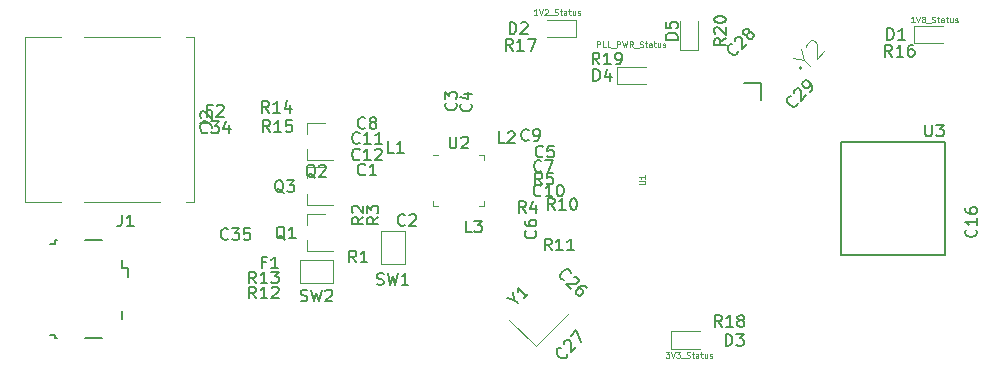
<source format=gto>
G04 #@! TF.GenerationSoftware,KiCad,Pcbnew,5.0.0-fee4fd1~66~ubuntu18.04.1*
G04 #@! TF.CreationDate,2018-10-21T22:10:04-02:30*
G04 #@! TF.ProjectId,mpuBoard,6D7075426F6172642E6B696361645F70,rev?*
G04 #@! TF.SameCoordinates,Original*
G04 #@! TF.FileFunction,Legend,Top*
G04 #@! TF.FilePolarity,Positive*
%FSLAX46Y46*%
G04 Gerber Fmt 4.6, Leading zero omitted, Abs format (unit mm)*
G04 Created by KiCad (PCBNEW 5.0.0-fee4fd1~66~ubuntu18.04.1) date Sun Oct 21 22:10:04 2018*
%MOMM*%
%LPD*%
G01*
G04 APERTURE LIST*
%ADD10C,0.125000*%
%ADD11C,0.120000*%
%ADD12C,0.150000*%
%ADD13C,0.127000*%
%ADD14C,0.100000*%
%ADD15C,0.050000*%
G04 APERTURE END LIST*
D10*
X111173628Y-82369790D02*
X110887914Y-82369790D01*
X111030771Y-82369790D02*
X111030771Y-81869790D01*
X110983152Y-81941219D01*
X110935533Y-81988838D01*
X110887914Y-82012647D01*
X111316485Y-81869790D02*
X111483152Y-82369790D01*
X111649819Y-81869790D01*
X111792676Y-81917409D02*
X111816485Y-81893600D01*
X111864104Y-81869790D01*
X111983152Y-81869790D01*
X112030771Y-81893600D01*
X112054580Y-81917409D01*
X112078390Y-81965028D01*
X112078390Y-82012647D01*
X112054580Y-82084076D01*
X111768866Y-82369790D01*
X112078390Y-82369790D01*
X112173628Y-82417409D02*
X112554580Y-82417409D01*
X112649819Y-82345980D02*
X112721247Y-82369790D01*
X112840295Y-82369790D01*
X112887914Y-82345980D01*
X112911723Y-82322171D01*
X112935533Y-82274552D01*
X112935533Y-82226933D01*
X112911723Y-82179314D01*
X112887914Y-82155504D01*
X112840295Y-82131695D01*
X112745057Y-82107885D01*
X112697438Y-82084076D01*
X112673628Y-82060266D01*
X112649819Y-82012647D01*
X112649819Y-81965028D01*
X112673628Y-81917409D01*
X112697438Y-81893600D01*
X112745057Y-81869790D01*
X112864104Y-81869790D01*
X112935533Y-81893600D01*
X113078390Y-82036457D02*
X113268866Y-82036457D01*
X113149819Y-81869790D02*
X113149819Y-82298361D01*
X113173628Y-82345980D01*
X113221247Y-82369790D01*
X113268866Y-82369790D01*
X113649819Y-82369790D02*
X113649819Y-82107885D01*
X113626009Y-82060266D01*
X113578390Y-82036457D01*
X113483152Y-82036457D01*
X113435533Y-82060266D01*
X113649819Y-82345980D02*
X113602200Y-82369790D01*
X113483152Y-82369790D01*
X113435533Y-82345980D01*
X113411723Y-82298361D01*
X113411723Y-82250742D01*
X113435533Y-82203123D01*
X113483152Y-82179314D01*
X113602200Y-82179314D01*
X113649819Y-82155504D01*
X113816485Y-82036457D02*
X114006961Y-82036457D01*
X113887914Y-81869790D02*
X113887914Y-82298361D01*
X113911723Y-82345980D01*
X113959342Y-82369790D01*
X114006961Y-82369790D01*
X114387914Y-82036457D02*
X114387914Y-82369790D01*
X114173628Y-82036457D02*
X114173628Y-82298361D01*
X114197438Y-82345980D01*
X114245057Y-82369790D01*
X114316485Y-82369790D01*
X114364104Y-82345980D01*
X114387914Y-82322171D01*
X114602200Y-82345980D02*
X114649819Y-82369790D01*
X114745057Y-82369790D01*
X114792676Y-82345980D01*
X114816485Y-82298361D01*
X114816485Y-82274552D01*
X114792676Y-82226933D01*
X114745057Y-82203123D01*
X114673628Y-82203123D01*
X114626009Y-82179314D01*
X114602200Y-82131695D01*
X114602200Y-82107885D01*
X114626009Y-82060266D01*
X114673628Y-82036457D01*
X114745057Y-82036457D01*
X114792676Y-82060266D01*
X116232347Y-85100290D02*
X116232347Y-84600290D01*
X116422823Y-84600290D01*
X116470442Y-84624100D01*
X116494252Y-84647909D01*
X116518061Y-84695528D01*
X116518061Y-84766957D01*
X116494252Y-84814576D01*
X116470442Y-84838385D01*
X116422823Y-84862195D01*
X116232347Y-84862195D01*
X116970442Y-85100290D02*
X116732347Y-85100290D01*
X116732347Y-84600290D01*
X117375204Y-85100290D02*
X117137109Y-85100290D01*
X117137109Y-84600290D01*
X117422823Y-85147909D02*
X117803776Y-85147909D01*
X117922823Y-85100290D02*
X117922823Y-84600290D01*
X118113300Y-84600290D01*
X118160919Y-84624100D01*
X118184728Y-84647909D01*
X118208538Y-84695528D01*
X118208538Y-84766957D01*
X118184728Y-84814576D01*
X118160919Y-84838385D01*
X118113300Y-84862195D01*
X117922823Y-84862195D01*
X118375204Y-84600290D02*
X118494252Y-85100290D01*
X118589490Y-84743147D01*
X118684728Y-85100290D01*
X118803776Y-84600290D01*
X119279966Y-85100290D02*
X119113300Y-84862195D01*
X118994252Y-85100290D02*
X118994252Y-84600290D01*
X119184728Y-84600290D01*
X119232347Y-84624100D01*
X119256157Y-84647909D01*
X119279966Y-84695528D01*
X119279966Y-84766957D01*
X119256157Y-84814576D01*
X119232347Y-84838385D01*
X119184728Y-84862195D01*
X118994252Y-84862195D01*
X119375204Y-85147909D02*
X119756157Y-85147909D01*
X119851395Y-85076480D02*
X119922823Y-85100290D01*
X120041871Y-85100290D01*
X120089490Y-85076480D01*
X120113300Y-85052671D01*
X120137109Y-85005052D01*
X120137109Y-84957433D01*
X120113300Y-84909814D01*
X120089490Y-84886004D01*
X120041871Y-84862195D01*
X119946633Y-84838385D01*
X119899014Y-84814576D01*
X119875204Y-84790766D01*
X119851395Y-84743147D01*
X119851395Y-84695528D01*
X119875204Y-84647909D01*
X119899014Y-84624100D01*
X119946633Y-84600290D01*
X120065680Y-84600290D01*
X120137109Y-84624100D01*
X120279966Y-84766957D02*
X120470442Y-84766957D01*
X120351395Y-84600290D02*
X120351395Y-85028861D01*
X120375204Y-85076480D01*
X120422823Y-85100290D01*
X120470442Y-85100290D01*
X120851395Y-85100290D02*
X120851395Y-84838385D01*
X120827585Y-84790766D01*
X120779966Y-84766957D01*
X120684728Y-84766957D01*
X120637109Y-84790766D01*
X120851395Y-85076480D02*
X120803776Y-85100290D01*
X120684728Y-85100290D01*
X120637109Y-85076480D01*
X120613300Y-85028861D01*
X120613300Y-84981242D01*
X120637109Y-84933623D01*
X120684728Y-84909814D01*
X120803776Y-84909814D01*
X120851395Y-84886004D01*
X121018061Y-84766957D02*
X121208538Y-84766957D01*
X121089490Y-84600290D02*
X121089490Y-85028861D01*
X121113300Y-85076480D01*
X121160919Y-85100290D01*
X121208538Y-85100290D01*
X121589490Y-84766957D02*
X121589490Y-85100290D01*
X121375204Y-84766957D02*
X121375204Y-85028861D01*
X121399014Y-85076480D01*
X121446633Y-85100290D01*
X121518061Y-85100290D01*
X121565680Y-85076480D01*
X121589490Y-85052671D01*
X121803776Y-85076480D02*
X121851395Y-85100290D01*
X121946633Y-85100290D01*
X121994252Y-85076480D01*
X122018061Y-85028861D01*
X122018061Y-85005052D01*
X121994252Y-84957433D01*
X121946633Y-84933623D01*
X121875204Y-84933623D01*
X121827585Y-84909814D01*
X121803776Y-84862195D01*
X121803776Y-84838385D01*
X121827585Y-84790766D01*
X121875204Y-84766957D01*
X121946633Y-84766957D01*
X121994252Y-84790766D01*
X143126828Y-83004790D02*
X142841114Y-83004790D01*
X142983971Y-83004790D02*
X142983971Y-82504790D01*
X142936352Y-82576219D01*
X142888733Y-82623838D01*
X142841114Y-82647647D01*
X143269685Y-82504790D02*
X143436352Y-83004790D01*
X143603019Y-82504790D01*
X143841114Y-82719076D02*
X143793495Y-82695266D01*
X143769685Y-82671457D01*
X143745876Y-82623838D01*
X143745876Y-82600028D01*
X143769685Y-82552409D01*
X143793495Y-82528600D01*
X143841114Y-82504790D01*
X143936352Y-82504790D01*
X143983971Y-82528600D01*
X144007780Y-82552409D01*
X144031590Y-82600028D01*
X144031590Y-82623838D01*
X144007780Y-82671457D01*
X143983971Y-82695266D01*
X143936352Y-82719076D01*
X143841114Y-82719076D01*
X143793495Y-82742885D01*
X143769685Y-82766695D01*
X143745876Y-82814314D01*
X143745876Y-82909552D01*
X143769685Y-82957171D01*
X143793495Y-82980980D01*
X143841114Y-83004790D01*
X143936352Y-83004790D01*
X143983971Y-82980980D01*
X144007780Y-82957171D01*
X144031590Y-82909552D01*
X144031590Y-82814314D01*
X144007780Y-82766695D01*
X143983971Y-82742885D01*
X143936352Y-82719076D01*
X144126828Y-83052409D02*
X144507780Y-83052409D01*
X144603019Y-82980980D02*
X144674447Y-83004790D01*
X144793495Y-83004790D01*
X144841114Y-82980980D01*
X144864923Y-82957171D01*
X144888733Y-82909552D01*
X144888733Y-82861933D01*
X144864923Y-82814314D01*
X144841114Y-82790504D01*
X144793495Y-82766695D01*
X144698257Y-82742885D01*
X144650638Y-82719076D01*
X144626828Y-82695266D01*
X144603019Y-82647647D01*
X144603019Y-82600028D01*
X144626828Y-82552409D01*
X144650638Y-82528600D01*
X144698257Y-82504790D01*
X144817304Y-82504790D01*
X144888733Y-82528600D01*
X145031590Y-82671457D02*
X145222066Y-82671457D01*
X145103019Y-82504790D02*
X145103019Y-82933361D01*
X145126828Y-82980980D01*
X145174447Y-83004790D01*
X145222066Y-83004790D01*
X145603019Y-83004790D02*
X145603019Y-82742885D01*
X145579209Y-82695266D01*
X145531590Y-82671457D01*
X145436352Y-82671457D01*
X145388733Y-82695266D01*
X145603019Y-82980980D02*
X145555400Y-83004790D01*
X145436352Y-83004790D01*
X145388733Y-82980980D01*
X145364923Y-82933361D01*
X145364923Y-82885742D01*
X145388733Y-82838123D01*
X145436352Y-82814314D01*
X145555400Y-82814314D01*
X145603019Y-82790504D01*
X145769685Y-82671457D02*
X145960161Y-82671457D01*
X145841114Y-82504790D02*
X145841114Y-82933361D01*
X145864923Y-82980980D01*
X145912542Y-83004790D01*
X145960161Y-83004790D01*
X146341114Y-82671457D02*
X146341114Y-83004790D01*
X146126828Y-82671457D02*
X146126828Y-82933361D01*
X146150638Y-82980980D01*
X146198257Y-83004790D01*
X146269685Y-83004790D01*
X146317304Y-82980980D01*
X146341114Y-82957171D01*
X146555400Y-82980980D02*
X146603019Y-83004790D01*
X146698257Y-83004790D01*
X146745876Y-82980980D01*
X146769685Y-82933361D01*
X146769685Y-82909552D01*
X146745876Y-82861933D01*
X146698257Y-82838123D01*
X146626828Y-82838123D01*
X146579209Y-82814314D01*
X146555400Y-82766695D01*
X146555400Y-82742885D01*
X146579209Y-82695266D01*
X146626828Y-82671457D01*
X146698257Y-82671457D01*
X146745876Y-82695266D01*
X122040104Y-110901990D02*
X122349628Y-110901990D01*
X122182961Y-111092466D01*
X122254390Y-111092466D01*
X122302009Y-111116276D01*
X122325819Y-111140085D01*
X122349628Y-111187704D01*
X122349628Y-111306752D01*
X122325819Y-111354371D01*
X122302009Y-111378180D01*
X122254390Y-111401990D01*
X122111533Y-111401990D01*
X122063914Y-111378180D01*
X122040104Y-111354371D01*
X122492485Y-110901990D02*
X122659152Y-111401990D01*
X122825819Y-110901990D01*
X122944866Y-110901990D02*
X123254390Y-110901990D01*
X123087723Y-111092466D01*
X123159152Y-111092466D01*
X123206771Y-111116276D01*
X123230580Y-111140085D01*
X123254390Y-111187704D01*
X123254390Y-111306752D01*
X123230580Y-111354371D01*
X123206771Y-111378180D01*
X123159152Y-111401990D01*
X123016295Y-111401990D01*
X122968676Y-111378180D01*
X122944866Y-111354371D01*
X123349628Y-111449609D02*
X123730580Y-111449609D01*
X123825819Y-111378180D02*
X123897247Y-111401990D01*
X124016295Y-111401990D01*
X124063914Y-111378180D01*
X124087723Y-111354371D01*
X124111533Y-111306752D01*
X124111533Y-111259133D01*
X124087723Y-111211514D01*
X124063914Y-111187704D01*
X124016295Y-111163895D01*
X123921057Y-111140085D01*
X123873438Y-111116276D01*
X123849628Y-111092466D01*
X123825819Y-111044847D01*
X123825819Y-110997228D01*
X123849628Y-110949609D01*
X123873438Y-110925800D01*
X123921057Y-110901990D01*
X124040104Y-110901990D01*
X124111533Y-110925800D01*
X124254390Y-111068657D02*
X124444866Y-111068657D01*
X124325819Y-110901990D02*
X124325819Y-111330561D01*
X124349628Y-111378180D01*
X124397247Y-111401990D01*
X124444866Y-111401990D01*
X124825819Y-111401990D02*
X124825819Y-111140085D01*
X124802009Y-111092466D01*
X124754390Y-111068657D01*
X124659152Y-111068657D01*
X124611533Y-111092466D01*
X124825819Y-111378180D02*
X124778200Y-111401990D01*
X124659152Y-111401990D01*
X124611533Y-111378180D01*
X124587723Y-111330561D01*
X124587723Y-111282942D01*
X124611533Y-111235323D01*
X124659152Y-111211514D01*
X124778200Y-111211514D01*
X124825819Y-111187704D01*
X124992485Y-111068657D02*
X125182961Y-111068657D01*
X125063914Y-110901990D02*
X125063914Y-111330561D01*
X125087723Y-111378180D01*
X125135342Y-111401990D01*
X125182961Y-111401990D01*
X125563914Y-111068657D02*
X125563914Y-111401990D01*
X125349628Y-111068657D02*
X125349628Y-111330561D01*
X125373438Y-111378180D01*
X125421057Y-111401990D01*
X125492485Y-111401990D01*
X125540104Y-111378180D01*
X125563914Y-111354371D01*
X125778200Y-111378180D02*
X125825819Y-111401990D01*
X125921057Y-111401990D01*
X125968676Y-111378180D01*
X125992485Y-111330561D01*
X125992485Y-111306752D01*
X125968676Y-111259133D01*
X125921057Y-111235323D01*
X125849628Y-111235323D01*
X125802009Y-111211514D01*
X125778200Y-111163895D01*
X125778200Y-111140085D01*
X125802009Y-111092466D01*
X125849628Y-111068657D01*
X125921057Y-111068657D01*
X125968676Y-111092466D01*
D11*
G04 #@! TO.C,U2*
X106660000Y-94260000D02*
X106660000Y-94685000D01*
X102360000Y-98560000D02*
X102360000Y-98135000D01*
X106660000Y-98560000D02*
X106660000Y-98135000D01*
X102360000Y-94260000D02*
X102785000Y-94260000D01*
X102360000Y-98560000D02*
X102785000Y-98560000D01*
X106660000Y-98560000D02*
X106235000Y-98560000D01*
X106660000Y-94260000D02*
X106235000Y-94260000D01*
D12*
G04 #@! TO.C,U1*
X130089001Y-88141001D02*
X130089001Y-89541001D01*
X128689001Y-88141001D02*
X130089001Y-88141001D01*
G04 #@! TO.C,J1*
X74310000Y-101460000D02*
X72910000Y-101460000D01*
X70510000Y-101460000D02*
X70360000Y-101460000D01*
X70360000Y-101460000D02*
X70360000Y-101760000D01*
X70360000Y-101760000D02*
X69910000Y-101760000D01*
X69910000Y-109460000D02*
X70360000Y-109460000D01*
X70360000Y-109460000D02*
X70360000Y-109760000D01*
X70360000Y-109760000D02*
X70510000Y-109760000D01*
X72910000Y-109760000D02*
X74310000Y-109760000D01*
X76485000Y-104535000D02*
X76485000Y-103810000D01*
X76485000Y-103810000D02*
X76060000Y-103810000D01*
X76060000Y-103810000D02*
X76060000Y-103085000D01*
X76060000Y-107410000D02*
X76060000Y-108135000D01*
D11*
G04 #@! TO.C,Q1*
X91720517Y-99217185D02*
X93180517Y-99217185D01*
X91720517Y-102377185D02*
X93880517Y-102377185D01*
X91720517Y-102377185D02*
X91720517Y-101447185D01*
X91720517Y-99217185D02*
X91720517Y-100147185D01*
G04 #@! TO.C,Q2*
X91720517Y-91517185D02*
X91720517Y-92447185D01*
X91720517Y-94677185D02*
X91720517Y-93747185D01*
X91720517Y-94677185D02*
X93880517Y-94677185D01*
X91720517Y-91517185D02*
X93180517Y-91517185D01*
G04 #@! TO.C,Q3*
X91720517Y-95267185D02*
X91720517Y-96197185D01*
X91720517Y-98427185D02*
X91720517Y-97497185D01*
X91720517Y-98427185D02*
X93880517Y-98427185D01*
X91720517Y-95267185D02*
X93180517Y-95267185D01*
G04 #@! TO.C,Y1*
X108788416Y-108158843D02*
X111051157Y-110421584D01*
X111051157Y-110421584D02*
X113879584Y-107593157D01*
D13*
G04 #@! TO.C,Y2*
X133572602Y-86868925D02*
G75*
G03X133572602Y-86868925I-86020J0D01*
G01*
D11*
G04 #@! TO.C,SW1*
X97980517Y-103497185D02*
X97980517Y-100697185D01*
X97980517Y-100697185D02*
X99980517Y-100697185D01*
X99980517Y-100697185D02*
X99980517Y-103497185D01*
X99980517Y-103497185D02*
X97980517Y-103497185D01*
G04 #@! TO.C,SW2*
X91080517Y-105097185D02*
X91080517Y-103097185D01*
X93880517Y-105097185D02*
X91080517Y-105097185D01*
X93880517Y-103097185D02*
X93880517Y-105097185D01*
X91080517Y-103097185D02*
X93880517Y-103097185D01*
D12*
G04 #@! TO.C,U3*
X137694000Y-102716000D02*
X144894000Y-102716000D01*
X144894000Y-93116000D02*
X137694000Y-93116000D01*
X137694000Y-93116000D02*
X136894000Y-93116000D01*
X136894000Y-93116000D02*
X136894000Y-102716000D01*
X136894000Y-102716000D02*
X137694000Y-102716000D01*
X137694000Y-102716000D02*
X144894000Y-102716000D01*
X144894000Y-102716000D02*
X145694000Y-102716000D01*
X145694000Y-102716000D02*
X145694000Y-93116000D01*
X145694000Y-93116000D02*
X144894000Y-93116000D01*
D11*
G04 #@! TO.C,D1*
X143108600Y-84783600D02*
X145568600Y-84783600D01*
X143108600Y-83313600D02*
X143108600Y-84783600D01*
X145568600Y-83313600D02*
X143108600Y-83313600D01*
G04 #@! TO.C,D2*
X112026800Y-84275600D02*
X114486800Y-84275600D01*
X114486800Y-84275600D02*
X114486800Y-82805600D01*
X114486800Y-82805600D02*
X112026800Y-82805600D01*
G04 #@! TO.C,D3*
X122509200Y-110615400D02*
X124969200Y-110615400D01*
X122509200Y-109145400D02*
X122509200Y-110615400D01*
X124969200Y-109145400D02*
X122509200Y-109145400D01*
G04 #@! TO.C,D4*
X120383200Y-86782000D02*
X117923200Y-86782000D01*
X117923200Y-86782000D02*
X117923200Y-88252000D01*
X117923200Y-88252000D02*
X120383200Y-88252000D01*
G04 #@! TO.C,D5*
X123293200Y-82918400D02*
X123293200Y-85378400D01*
X123293200Y-85378400D02*
X124763200Y-85378400D01*
X124763200Y-85378400D02*
X124763200Y-82918400D01*
G04 #@! TO.C,J2*
X82138200Y-84246200D02*
X81428200Y-84246200D01*
X82138200Y-98166200D02*
X81428200Y-98166200D01*
X82138200Y-84246200D02*
X82138200Y-98166200D01*
X72778200Y-98166200D02*
X79228200Y-98166200D01*
X72778200Y-84246200D02*
X79228200Y-84246200D01*
X67768200Y-84246200D02*
X70878200Y-84246200D01*
X67768200Y-98166200D02*
X70878200Y-98166200D01*
X67768200Y-84246200D02*
X67768200Y-98166200D01*
G04 #@! TO.C,C34*
D12*
X83258142Y-92283142D02*
X83210523Y-92330761D01*
X83067666Y-92378380D01*
X82972428Y-92378380D01*
X82829571Y-92330761D01*
X82734333Y-92235523D01*
X82686714Y-92140285D01*
X82639095Y-91949809D01*
X82639095Y-91806952D01*
X82686714Y-91616476D01*
X82734333Y-91521238D01*
X82829571Y-91426000D01*
X82972428Y-91378380D01*
X83067666Y-91378380D01*
X83210523Y-91426000D01*
X83258142Y-91473619D01*
X83591476Y-91378380D02*
X84210523Y-91378380D01*
X83877190Y-91759333D01*
X84020047Y-91759333D01*
X84115285Y-91806952D01*
X84162904Y-91854571D01*
X84210523Y-91949809D01*
X84210523Y-92187904D01*
X84162904Y-92283142D01*
X84115285Y-92330761D01*
X84020047Y-92378380D01*
X83734333Y-92378380D01*
X83639095Y-92330761D01*
X83591476Y-92283142D01*
X85067666Y-91711714D02*
X85067666Y-92378380D01*
X84829571Y-91330761D02*
X84591476Y-92045047D01*
X85210523Y-92045047D01*
G04 #@! TO.C,F2*
X83567666Y-90457571D02*
X83234333Y-90457571D01*
X83234333Y-90981380D02*
X83234333Y-89981380D01*
X83710523Y-89981380D01*
X84043857Y-90076619D02*
X84091476Y-90029000D01*
X84186714Y-89981380D01*
X84424809Y-89981380D01*
X84520047Y-90029000D01*
X84567666Y-90076619D01*
X84615285Y-90171857D01*
X84615285Y-90267095D01*
X84567666Y-90409952D01*
X83996238Y-90981380D01*
X84615285Y-90981380D01*
G04 #@! TO.C,U2*
X103748095Y-92662380D02*
X103748095Y-93471904D01*
X103795714Y-93567142D01*
X103843333Y-93614761D01*
X103938571Y-93662380D01*
X104129047Y-93662380D01*
X104224285Y-93614761D01*
X104271904Y-93567142D01*
X104319523Y-93471904D01*
X104319523Y-92662380D01*
X104748095Y-92757619D02*
X104795714Y-92710000D01*
X104890952Y-92662380D01*
X105129047Y-92662380D01*
X105224285Y-92710000D01*
X105271904Y-92757619D01*
X105319523Y-92852857D01*
X105319523Y-92948095D01*
X105271904Y-93090952D01*
X104700476Y-93662380D01*
X105319523Y-93662380D01*
G04 #@! TO.C,L1*
X99020333Y-94051380D02*
X98544142Y-94051380D01*
X98544142Y-93051380D01*
X99877476Y-94051380D02*
X99306047Y-94051380D01*
X99591761Y-94051380D02*
X99591761Y-93051380D01*
X99496523Y-93194238D01*
X99401285Y-93289476D01*
X99306047Y-93337095D01*
G04 #@! TO.C,U1*
D14*
X119815191Y-96721953D02*
X120219953Y-96721953D01*
X120267572Y-96698143D01*
X120291381Y-96674334D01*
X120315191Y-96626715D01*
X120315191Y-96531477D01*
X120291381Y-96483858D01*
X120267572Y-96460048D01*
X120219953Y-96436239D01*
X119815191Y-96436239D01*
X120315191Y-95936239D02*
X120315191Y-96221953D01*
X120315191Y-96079096D02*
X119815191Y-96079096D01*
X119886620Y-96126715D01*
X119934239Y-96174334D01*
X119958048Y-96221953D01*
G04 #@! TO.C,C1*
D12*
X96607333Y-95861142D02*
X96559714Y-95908761D01*
X96416857Y-95956380D01*
X96321619Y-95956380D01*
X96178761Y-95908761D01*
X96083523Y-95813523D01*
X96035904Y-95718285D01*
X95988285Y-95527809D01*
X95988285Y-95384952D01*
X96035904Y-95194476D01*
X96083523Y-95099238D01*
X96178761Y-95004000D01*
X96321619Y-94956380D01*
X96416857Y-94956380D01*
X96559714Y-95004000D01*
X96607333Y-95051619D01*
X97559714Y-95956380D02*
X96988285Y-95956380D01*
X97274000Y-95956380D02*
X97274000Y-94956380D01*
X97178761Y-95099238D01*
X97083523Y-95194476D01*
X96988285Y-95242095D01*
G04 #@! TO.C,C2*
X99963333Y-100137142D02*
X99915714Y-100184761D01*
X99772857Y-100232380D01*
X99677619Y-100232380D01*
X99534761Y-100184761D01*
X99439523Y-100089523D01*
X99391904Y-99994285D01*
X99344285Y-99803809D01*
X99344285Y-99660952D01*
X99391904Y-99470476D01*
X99439523Y-99375238D01*
X99534761Y-99280000D01*
X99677619Y-99232380D01*
X99772857Y-99232380D01*
X99915714Y-99280000D01*
X99963333Y-99327619D01*
X100344285Y-99327619D02*
X100391904Y-99280000D01*
X100487142Y-99232380D01*
X100725238Y-99232380D01*
X100820476Y-99280000D01*
X100868095Y-99327619D01*
X100915714Y-99422857D01*
X100915714Y-99518095D01*
X100868095Y-99660952D01*
X100296666Y-100232380D01*
X100915714Y-100232380D01*
G04 #@! TO.C,C3*
X104267142Y-89811666D02*
X104314761Y-89859285D01*
X104362380Y-90002142D01*
X104362380Y-90097380D01*
X104314761Y-90240238D01*
X104219523Y-90335476D01*
X104124285Y-90383095D01*
X103933809Y-90430714D01*
X103790952Y-90430714D01*
X103600476Y-90383095D01*
X103505238Y-90335476D01*
X103410000Y-90240238D01*
X103362380Y-90097380D01*
X103362380Y-90002142D01*
X103410000Y-89859285D01*
X103457619Y-89811666D01*
X103362380Y-89478333D02*
X103362380Y-88859285D01*
X103743333Y-89192619D01*
X103743333Y-89049761D01*
X103790952Y-88954523D01*
X103838571Y-88906904D01*
X103933809Y-88859285D01*
X104171904Y-88859285D01*
X104267142Y-88906904D01*
X104314761Y-88954523D01*
X104362380Y-89049761D01*
X104362380Y-89335476D01*
X104314761Y-89430714D01*
X104267142Y-89478333D01*
G04 #@! TO.C,C4*
X105557142Y-89896666D02*
X105604761Y-89944285D01*
X105652380Y-90087142D01*
X105652380Y-90182380D01*
X105604761Y-90325238D01*
X105509523Y-90420476D01*
X105414285Y-90468095D01*
X105223809Y-90515714D01*
X105080952Y-90515714D01*
X104890476Y-90468095D01*
X104795238Y-90420476D01*
X104700000Y-90325238D01*
X104652380Y-90182380D01*
X104652380Y-90087142D01*
X104700000Y-89944285D01*
X104747619Y-89896666D01*
X104985714Y-89039523D02*
X105652380Y-89039523D01*
X104604761Y-89277619D02*
X105319047Y-89515714D01*
X105319047Y-88896666D01*
G04 #@! TO.C,C5*
X111658333Y-94337142D02*
X111610714Y-94384761D01*
X111467857Y-94432380D01*
X111372619Y-94432380D01*
X111229761Y-94384761D01*
X111134523Y-94289523D01*
X111086904Y-94194285D01*
X111039285Y-94003809D01*
X111039285Y-93860952D01*
X111086904Y-93670476D01*
X111134523Y-93575238D01*
X111229761Y-93480000D01*
X111372619Y-93432380D01*
X111467857Y-93432380D01*
X111610714Y-93480000D01*
X111658333Y-93527619D01*
X112563095Y-93432380D02*
X112086904Y-93432380D01*
X112039285Y-93908571D01*
X112086904Y-93860952D01*
X112182142Y-93813333D01*
X112420238Y-93813333D01*
X112515476Y-93860952D01*
X112563095Y-93908571D01*
X112610714Y-94003809D01*
X112610714Y-94241904D01*
X112563095Y-94337142D01*
X112515476Y-94384761D01*
X112420238Y-94432380D01*
X112182142Y-94432380D01*
X112086904Y-94384761D01*
X112039285Y-94337142D01*
G04 #@! TO.C,C6*
X111007142Y-100651666D02*
X111054761Y-100699285D01*
X111102380Y-100842142D01*
X111102380Y-100937380D01*
X111054761Y-101080238D01*
X110959523Y-101175476D01*
X110864285Y-101223095D01*
X110673809Y-101270714D01*
X110530952Y-101270714D01*
X110340476Y-101223095D01*
X110245238Y-101175476D01*
X110150000Y-101080238D01*
X110102380Y-100937380D01*
X110102380Y-100842142D01*
X110150000Y-100699285D01*
X110197619Y-100651666D01*
X110102380Y-99794523D02*
X110102380Y-99985000D01*
X110150000Y-100080238D01*
X110197619Y-100127857D01*
X110340476Y-100223095D01*
X110530952Y-100270714D01*
X110911904Y-100270714D01*
X111007142Y-100223095D01*
X111054761Y-100175476D01*
X111102380Y-100080238D01*
X111102380Y-99889761D01*
X111054761Y-99794523D01*
X111007142Y-99746904D01*
X110911904Y-99699285D01*
X110673809Y-99699285D01*
X110578571Y-99746904D01*
X110530952Y-99794523D01*
X110483333Y-99889761D01*
X110483333Y-100080238D01*
X110530952Y-100175476D01*
X110578571Y-100223095D01*
X110673809Y-100270714D01*
G04 #@! TO.C,C7*
X111518333Y-95567142D02*
X111470714Y-95614761D01*
X111327857Y-95662380D01*
X111232619Y-95662380D01*
X111089761Y-95614761D01*
X110994523Y-95519523D01*
X110946904Y-95424285D01*
X110899285Y-95233809D01*
X110899285Y-95090952D01*
X110946904Y-94900476D01*
X110994523Y-94805238D01*
X111089761Y-94710000D01*
X111232619Y-94662380D01*
X111327857Y-94662380D01*
X111470714Y-94710000D01*
X111518333Y-94757619D01*
X111851666Y-94662380D02*
X112518333Y-94662380D01*
X112089761Y-95662380D01*
G04 #@! TO.C,C8*
X96607333Y-91924142D02*
X96559714Y-91971761D01*
X96416857Y-92019380D01*
X96321619Y-92019380D01*
X96178761Y-91971761D01*
X96083523Y-91876523D01*
X96035904Y-91781285D01*
X95988285Y-91590809D01*
X95988285Y-91447952D01*
X96035904Y-91257476D01*
X96083523Y-91162238D01*
X96178761Y-91067000D01*
X96321619Y-91019380D01*
X96416857Y-91019380D01*
X96559714Y-91067000D01*
X96607333Y-91114619D01*
X97178761Y-91447952D02*
X97083523Y-91400333D01*
X97035904Y-91352714D01*
X96988285Y-91257476D01*
X96988285Y-91209857D01*
X97035904Y-91114619D01*
X97083523Y-91067000D01*
X97178761Y-91019380D01*
X97369238Y-91019380D01*
X97464476Y-91067000D01*
X97512095Y-91114619D01*
X97559714Y-91209857D01*
X97559714Y-91257476D01*
X97512095Y-91352714D01*
X97464476Y-91400333D01*
X97369238Y-91447952D01*
X97178761Y-91447952D01*
X97083523Y-91495571D01*
X97035904Y-91543190D01*
X96988285Y-91638428D01*
X96988285Y-91828904D01*
X97035904Y-91924142D01*
X97083523Y-91971761D01*
X97178761Y-92019380D01*
X97369238Y-92019380D01*
X97464476Y-91971761D01*
X97512095Y-91924142D01*
X97559714Y-91828904D01*
X97559714Y-91638428D01*
X97512095Y-91543190D01*
X97464476Y-91495571D01*
X97369238Y-91447952D01*
G04 #@! TO.C,C9*
X110450333Y-92940142D02*
X110402714Y-92987761D01*
X110259857Y-93035380D01*
X110164619Y-93035380D01*
X110021761Y-92987761D01*
X109926523Y-92892523D01*
X109878904Y-92797285D01*
X109831285Y-92606809D01*
X109831285Y-92463952D01*
X109878904Y-92273476D01*
X109926523Y-92178238D01*
X110021761Y-92083000D01*
X110164619Y-92035380D01*
X110259857Y-92035380D01*
X110402714Y-92083000D01*
X110450333Y-92130619D01*
X110926523Y-93035380D02*
X111117000Y-93035380D01*
X111212238Y-92987761D01*
X111259857Y-92940142D01*
X111355095Y-92797285D01*
X111402714Y-92606809D01*
X111402714Y-92225857D01*
X111355095Y-92130619D01*
X111307476Y-92083000D01*
X111212238Y-92035380D01*
X111021761Y-92035380D01*
X110926523Y-92083000D01*
X110878904Y-92130619D01*
X110831285Y-92225857D01*
X110831285Y-92463952D01*
X110878904Y-92559190D01*
X110926523Y-92606809D01*
X111021761Y-92654428D01*
X111212238Y-92654428D01*
X111307476Y-92606809D01*
X111355095Y-92559190D01*
X111402714Y-92463952D01*
G04 #@! TO.C,C10*
X111498142Y-97639142D02*
X111450523Y-97686761D01*
X111307666Y-97734380D01*
X111212428Y-97734380D01*
X111069571Y-97686761D01*
X110974333Y-97591523D01*
X110926714Y-97496285D01*
X110879095Y-97305809D01*
X110879095Y-97162952D01*
X110926714Y-96972476D01*
X110974333Y-96877238D01*
X111069571Y-96782000D01*
X111212428Y-96734380D01*
X111307666Y-96734380D01*
X111450523Y-96782000D01*
X111498142Y-96829619D01*
X112450523Y-97734380D02*
X111879095Y-97734380D01*
X112164809Y-97734380D02*
X112164809Y-96734380D01*
X112069571Y-96877238D01*
X111974333Y-96972476D01*
X111879095Y-97020095D01*
X113069571Y-96734380D02*
X113164809Y-96734380D01*
X113260047Y-96782000D01*
X113307666Y-96829619D01*
X113355285Y-96924857D01*
X113402904Y-97115333D01*
X113402904Y-97353428D01*
X113355285Y-97543904D01*
X113307666Y-97639142D01*
X113260047Y-97686761D01*
X113164809Y-97734380D01*
X113069571Y-97734380D01*
X112974333Y-97686761D01*
X112926714Y-97639142D01*
X112879095Y-97543904D01*
X112831476Y-97353428D01*
X112831476Y-97115333D01*
X112879095Y-96924857D01*
X112926714Y-96829619D01*
X112974333Y-96782000D01*
X113069571Y-96734380D01*
G04 #@! TO.C,C11*
X96131142Y-93194142D02*
X96083523Y-93241761D01*
X95940666Y-93289380D01*
X95845428Y-93289380D01*
X95702571Y-93241761D01*
X95607333Y-93146523D01*
X95559714Y-93051285D01*
X95512095Y-92860809D01*
X95512095Y-92717952D01*
X95559714Y-92527476D01*
X95607333Y-92432238D01*
X95702571Y-92337000D01*
X95845428Y-92289380D01*
X95940666Y-92289380D01*
X96083523Y-92337000D01*
X96131142Y-92384619D01*
X97083523Y-93289380D02*
X96512095Y-93289380D01*
X96797809Y-93289380D02*
X96797809Y-92289380D01*
X96702571Y-92432238D01*
X96607333Y-92527476D01*
X96512095Y-92575095D01*
X98035904Y-93289380D02*
X97464476Y-93289380D01*
X97750190Y-93289380D02*
X97750190Y-92289380D01*
X97654952Y-92432238D01*
X97559714Y-92527476D01*
X97464476Y-92575095D01*
G04 #@! TO.C,C12*
X96131142Y-94591142D02*
X96083523Y-94638761D01*
X95940666Y-94686380D01*
X95845428Y-94686380D01*
X95702571Y-94638761D01*
X95607333Y-94543523D01*
X95559714Y-94448285D01*
X95512095Y-94257809D01*
X95512095Y-94114952D01*
X95559714Y-93924476D01*
X95607333Y-93829238D01*
X95702571Y-93734000D01*
X95845428Y-93686380D01*
X95940666Y-93686380D01*
X96083523Y-93734000D01*
X96131142Y-93781619D01*
X97083523Y-94686380D02*
X96512095Y-94686380D01*
X96797809Y-94686380D02*
X96797809Y-93686380D01*
X96702571Y-93829238D01*
X96607333Y-93924476D01*
X96512095Y-93972095D01*
X97464476Y-93781619D02*
X97512095Y-93734000D01*
X97607333Y-93686380D01*
X97845428Y-93686380D01*
X97940666Y-93734000D01*
X97988285Y-93781619D01*
X98035904Y-93876857D01*
X98035904Y-93972095D01*
X97988285Y-94114952D01*
X97416857Y-94686380D01*
X98035904Y-94686380D01*
G04 #@! TO.C,C26*
X113465893Y-104826969D02*
X113398549Y-104826969D01*
X113263862Y-104759625D01*
X113196519Y-104692282D01*
X113129175Y-104557595D01*
X113129175Y-104422908D01*
X113162847Y-104321893D01*
X113263862Y-104153534D01*
X113364877Y-104052519D01*
X113533236Y-103951503D01*
X113634251Y-103917832D01*
X113768938Y-103917832D01*
X113903625Y-103985175D01*
X113970969Y-104052519D01*
X114038312Y-104187206D01*
X114038312Y-104254549D01*
X114307687Y-104523923D02*
X114375030Y-104523923D01*
X114476045Y-104557595D01*
X114644404Y-104725954D01*
X114678076Y-104826969D01*
X114678076Y-104894312D01*
X114644404Y-104995328D01*
X114577061Y-105062671D01*
X114442374Y-105130015D01*
X113634251Y-105130015D01*
X114071984Y-105567748D01*
X115385183Y-105466732D02*
X115250496Y-105332045D01*
X115149480Y-105298374D01*
X115082137Y-105298374D01*
X114913778Y-105332045D01*
X114745419Y-105433061D01*
X114476045Y-105702435D01*
X114442374Y-105803450D01*
X114442374Y-105870793D01*
X114476045Y-105971809D01*
X114610732Y-106106496D01*
X114711748Y-106140167D01*
X114779091Y-106140167D01*
X114880106Y-106106496D01*
X115048465Y-105938137D01*
X115082137Y-105837122D01*
X115082137Y-105769778D01*
X115048465Y-105668763D01*
X114913778Y-105534076D01*
X114812763Y-105500404D01*
X114745419Y-105500404D01*
X114644404Y-105534076D01*
G04 #@! TO.C,C27*
X113722231Y-111107474D02*
X113722231Y-111174818D01*
X113654887Y-111309505D01*
X113587544Y-111376848D01*
X113452857Y-111444192D01*
X113318170Y-111444192D01*
X113217155Y-111410520D01*
X113048796Y-111309505D01*
X112947781Y-111208490D01*
X112846765Y-111040131D01*
X112813094Y-110939116D01*
X112813094Y-110804429D01*
X112880437Y-110669742D01*
X112947781Y-110602398D01*
X113082468Y-110535055D01*
X113149811Y-110535055D01*
X113419185Y-110265680D02*
X113419185Y-110198337D01*
X113452857Y-110097322D01*
X113621216Y-109928963D01*
X113722231Y-109895291D01*
X113789574Y-109895291D01*
X113890590Y-109928963D01*
X113957933Y-109996306D01*
X114025277Y-110130993D01*
X114025277Y-110939116D01*
X114463010Y-110501383D01*
X113991605Y-109558574D02*
X114463010Y-109087169D01*
X114867071Y-110097322D01*
G04 #@! TO.C,C28*
X128194969Y-85416106D02*
X128194969Y-85483450D01*
X128127625Y-85618137D01*
X128060282Y-85685480D01*
X127925595Y-85752824D01*
X127790908Y-85752824D01*
X127689893Y-85719152D01*
X127521534Y-85618137D01*
X127420519Y-85517122D01*
X127319503Y-85348763D01*
X127285832Y-85247748D01*
X127285832Y-85113061D01*
X127353175Y-84978374D01*
X127420519Y-84911030D01*
X127555206Y-84843687D01*
X127622549Y-84843687D01*
X127891923Y-84574312D02*
X127891923Y-84506969D01*
X127925595Y-84405954D01*
X128093954Y-84237595D01*
X128194969Y-84203923D01*
X128262312Y-84203923D01*
X128363328Y-84237595D01*
X128430671Y-84304938D01*
X128498015Y-84439625D01*
X128498015Y-85247748D01*
X128935748Y-84810015D01*
X128935748Y-84001893D02*
X128834732Y-84035564D01*
X128767389Y-84035564D01*
X128666374Y-84001893D01*
X128632702Y-83968221D01*
X128599030Y-83867206D01*
X128599030Y-83799862D01*
X128632702Y-83698847D01*
X128767389Y-83564160D01*
X128868404Y-83530488D01*
X128935748Y-83530488D01*
X129036763Y-83564160D01*
X129070435Y-83597832D01*
X129104106Y-83698847D01*
X129104106Y-83766190D01*
X129070435Y-83867206D01*
X128935748Y-84001893D01*
X128902076Y-84102908D01*
X128902076Y-84170251D01*
X128935748Y-84271267D01*
X129070435Y-84405954D01*
X129171450Y-84439625D01*
X129238793Y-84439625D01*
X129339809Y-84405954D01*
X129474496Y-84271267D01*
X129508167Y-84170251D01*
X129508167Y-84102908D01*
X129474496Y-84001893D01*
X129339809Y-83867206D01*
X129238793Y-83833534D01*
X129171450Y-83833534D01*
X129070435Y-83867206D01*
G04 #@! TO.C,C29*
X133224654Y-89795791D02*
X133224654Y-89863135D01*
X133157310Y-89997822D01*
X133089967Y-90065165D01*
X132955280Y-90132509D01*
X132820593Y-90132509D01*
X132719578Y-90098837D01*
X132551219Y-89997822D01*
X132450204Y-89896807D01*
X132349188Y-89728448D01*
X132315517Y-89627433D01*
X132315517Y-89492746D01*
X132382860Y-89358059D01*
X132450204Y-89290715D01*
X132584891Y-89223372D01*
X132652234Y-89223372D01*
X132921608Y-88953997D02*
X132921608Y-88886654D01*
X132955280Y-88785639D01*
X133123639Y-88617280D01*
X133224654Y-88583608D01*
X133291997Y-88583608D01*
X133393013Y-88617280D01*
X133460356Y-88684623D01*
X133527700Y-88819310D01*
X133527700Y-89627433D01*
X133965433Y-89189700D01*
X134302150Y-88852982D02*
X134436837Y-88718295D01*
X134470509Y-88617280D01*
X134470509Y-88549936D01*
X134436837Y-88381578D01*
X134335822Y-88213219D01*
X134066448Y-87943845D01*
X133965433Y-87910173D01*
X133898089Y-87910173D01*
X133797074Y-87943845D01*
X133662387Y-88078532D01*
X133628715Y-88179547D01*
X133628715Y-88246891D01*
X133662387Y-88347906D01*
X133830746Y-88516265D01*
X133931761Y-88549936D01*
X133999104Y-88549936D01*
X134100120Y-88516265D01*
X134234807Y-88381578D01*
X134268478Y-88280562D01*
X134268478Y-88213219D01*
X134234807Y-88112204D01*
G04 #@! TO.C,F1*
X88185666Y-103306571D02*
X87852333Y-103306571D01*
X87852333Y-103830380D02*
X87852333Y-102830380D01*
X88328523Y-102830380D01*
X89233285Y-103830380D02*
X88661857Y-103830380D01*
X88947571Y-103830380D02*
X88947571Y-102830380D01*
X88852333Y-102973238D01*
X88757095Y-103068476D01*
X88661857Y-103116095D01*
G04 #@! TO.C,J1*
X75994666Y-99274380D02*
X75994666Y-99988666D01*
X75947047Y-100131523D01*
X75851809Y-100226761D01*
X75708952Y-100274380D01*
X75613714Y-100274380D01*
X76994666Y-100274380D02*
X76423238Y-100274380D01*
X76708952Y-100274380D02*
X76708952Y-99274380D01*
X76613714Y-99417238D01*
X76518476Y-99512476D01*
X76423238Y-99560095D01*
G04 #@! TO.C,L2*
X108408333Y-93232380D02*
X107932142Y-93232380D01*
X107932142Y-92232380D01*
X108694047Y-92327619D02*
X108741666Y-92280000D01*
X108836904Y-92232380D01*
X109075000Y-92232380D01*
X109170238Y-92280000D01*
X109217857Y-92327619D01*
X109265476Y-92422857D01*
X109265476Y-92518095D01*
X109217857Y-92660952D01*
X108646428Y-93232380D01*
X109265476Y-93232380D01*
G04 #@! TO.C,L3*
X105624333Y-100782380D02*
X105148142Y-100782380D01*
X105148142Y-99782380D01*
X105862428Y-99782380D02*
X106481476Y-99782380D01*
X106148142Y-100163333D01*
X106291000Y-100163333D01*
X106386238Y-100210952D01*
X106433857Y-100258571D01*
X106481476Y-100353809D01*
X106481476Y-100591904D01*
X106433857Y-100687142D01*
X106386238Y-100734761D01*
X106291000Y-100782380D01*
X106005285Y-100782380D01*
X105910047Y-100734761D01*
X105862428Y-100687142D01*
G04 #@! TO.C,Q1*
X89820761Y-101385619D02*
X89725523Y-101338000D01*
X89630285Y-101242761D01*
X89487428Y-101099904D01*
X89392190Y-101052285D01*
X89296952Y-101052285D01*
X89344571Y-101290380D02*
X89249333Y-101242761D01*
X89154095Y-101147523D01*
X89106476Y-100957047D01*
X89106476Y-100623714D01*
X89154095Y-100433238D01*
X89249333Y-100338000D01*
X89344571Y-100290380D01*
X89535047Y-100290380D01*
X89630285Y-100338000D01*
X89725523Y-100433238D01*
X89773142Y-100623714D01*
X89773142Y-100957047D01*
X89725523Y-101147523D01*
X89630285Y-101242761D01*
X89535047Y-101290380D01*
X89344571Y-101290380D01*
X90725523Y-101290380D02*
X90154095Y-101290380D01*
X90439809Y-101290380D02*
X90439809Y-100290380D01*
X90344571Y-100433238D01*
X90249333Y-100528476D01*
X90154095Y-100576095D01*
G04 #@! TO.C,Q2*
X92385278Y-96144804D02*
X92290040Y-96097185D01*
X92194802Y-96001946D01*
X92051945Y-95859089D01*
X91956707Y-95811470D01*
X91861469Y-95811470D01*
X91909088Y-96049565D02*
X91813850Y-96001946D01*
X91718612Y-95906708D01*
X91670993Y-95716232D01*
X91670993Y-95382899D01*
X91718612Y-95192423D01*
X91813850Y-95097185D01*
X91909088Y-95049565D01*
X92099564Y-95049565D01*
X92194802Y-95097185D01*
X92290040Y-95192423D01*
X92337659Y-95382899D01*
X92337659Y-95716232D01*
X92290040Y-95906708D01*
X92194802Y-96001946D01*
X92099564Y-96049565D01*
X91909088Y-96049565D01*
X92718612Y-95144804D02*
X92766231Y-95097185D01*
X92861469Y-95049565D01*
X93099564Y-95049565D01*
X93194802Y-95097185D01*
X93242421Y-95144804D01*
X93290040Y-95240042D01*
X93290040Y-95335280D01*
X93242421Y-95478137D01*
X92670993Y-96049565D01*
X93290040Y-96049565D01*
G04 #@! TO.C,Q3*
X89693761Y-97448619D02*
X89598523Y-97401000D01*
X89503285Y-97305761D01*
X89360428Y-97162904D01*
X89265190Y-97115285D01*
X89169952Y-97115285D01*
X89217571Y-97353380D02*
X89122333Y-97305761D01*
X89027095Y-97210523D01*
X88979476Y-97020047D01*
X88979476Y-96686714D01*
X89027095Y-96496238D01*
X89122333Y-96401000D01*
X89217571Y-96353380D01*
X89408047Y-96353380D01*
X89503285Y-96401000D01*
X89598523Y-96496238D01*
X89646142Y-96686714D01*
X89646142Y-97020047D01*
X89598523Y-97210523D01*
X89503285Y-97305761D01*
X89408047Y-97353380D01*
X89217571Y-97353380D01*
X89979476Y-96353380D02*
X90598523Y-96353380D01*
X90265190Y-96734333D01*
X90408047Y-96734333D01*
X90503285Y-96781952D01*
X90550904Y-96829571D01*
X90598523Y-96924809D01*
X90598523Y-97162904D01*
X90550904Y-97258142D01*
X90503285Y-97305761D01*
X90408047Y-97353380D01*
X90122333Y-97353380D01*
X90027095Y-97305761D01*
X89979476Y-97258142D01*
G04 #@! TO.C,R1*
X95845333Y-103322380D02*
X95512000Y-102846190D01*
X95273904Y-103322380D02*
X95273904Y-102322380D01*
X95654857Y-102322380D01*
X95750095Y-102370000D01*
X95797714Y-102417619D01*
X95845333Y-102512857D01*
X95845333Y-102655714D01*
X95797714Y-102750952D01*
X95750095Y-102798571D01*
X95654857Y-102846190D01*
X95273904Y-102846190D01*
X96797714Y-103322380D02*
X96226285Y-103322380D01*
X96512000Y-103322380D02*
X96512000Y-102322380D01*
X96416761Y-102465238D01*
X96321523Y-102560476D01*
X96226285Y-102608095D01*
G04 #@! TO.C,R2*
X96464380Y-99480666D02*
X95988190Y-99814000D01*
X96464380Y-100052095D02*
X95464380Y-100052095D01*
X95464380Y-99671142D01*
X95512000Y-99575904D01*
X95559619Y-99528285D01*
X95654857Y-99480666D01*
X95797714Y-99480666D01*
X95892952Y-99528285D01*
X95940571Y-99575904D01*
X95988190Y-99671142D01*
X95988190Y-100052095D01*
X95559619Y-99099714D02*
X95512000Y-99052095D01*
X95464380Y-98956857D01*
X95464380Y-98718761D01*
X95512000Y-98623523D01*
X95559619Y-98575904D01*
X95654857Y-98528285D01*
X95750095Y-98528285D01*
X95892952Y-98575904D01*
X96464380Y-99147333D01*
X96464380Y-98528285D01*
G04 #@! TO.C,R3*
X97734380Y-99480666D02*
X97258190Y-99814000D01*
X97734380Y-100052095D02*
X96734380Y-100052095D01*
X96734380Y-99671142D01*
X96782000Y-99575904D01*
X96829619Y-99528285D01*
X96924857Y-99480666D01*
X97067714Y-99480666D01*
X97162952Y-99528285D01*
X97210571Y-99575904D01*
X97258190Y-99671142D01*
X97258190Y-100052095D01*
X96734380Y-99147333D02*
X96734380Y-98528285D01*
X97115333Y-98861619D01*
X97115333Y-98718761D01*
X97162952Y-98623523D01*
X97210571Y-98575904D01*
X97305809Y-98528285D01*
X97543904Y-98528285D01*
X97639142Y-98575904D01*
X97686761Y-98623523D01*
X97734380Y-98718761D01*
X97734380Y-99004476D01*
X97686761Y-99099714D01*
X97639142Y-99147333D01*
G04 #@! TO.C,R4*
X110196333Y-99131380D02*
X109863000Y-98655190D01*
X109624904Y-99131380D02*
X109624904Y-98131380D01*
X110005857Y-98131380D01*
X110101095Y-98179000D01*
X110148714Y-98226619D01*
X110196333Y-98321857D01*
X110196333Y-98464714D01*
X110148714Y-98559952D01*
X110101095Y-98607571D01*
X110005857Y-98655190D01*
X109624904Y-98655190D01*
X111053476Y-98464714D02*
X111053476Y-99131380D01*
X110815380Y-98083761D02*
X110577285Y-98798047D01*
X111196333Y-98798047D01*
G04 #@! TO.C,R5*
X111593333Y-96718380D02*
X111260000Y-96242190D01*
X111021904Y-96718380D02*
X111021904Y-95718380D01*
X111402857Y-95718380D01*
X111498095Y-95766000D01*
X111545714Y-95813619D01*
X111593333Y-95908857D01*
X111593333Y-96051714D01*
X111545714Y-96146952D01*
X111498095Y-96194571D01*
X111402857Y-96242190D01*
X111021904Y-96242190D01*
X112498095Y-95718380D02*
X112021904Y-95718380D01*
X111974285Y-96194571D01*
X112021904Y-96146952D01*
X112117142Y-96099333D01*
X112355238Y-96099333D01*
X112450476Y-96146952D01*
X112498095Y-96194571D01*
X112545714Y-96289809D01*
X112545714Y-96527904D01*
X112498095Y-96623142D01*
X112450476Y-96670761D01*
X112355238Y-96718380D01*
X112117142Y-96718380D01*
X112021904Y-96670761D01*
X111974285Y-96623142D01*
G04 #@! TO.C,R10*
X112641142Y-98877380D02*
X112307809Y-98401190D01*
X112069714Y-98877380D02*
X112069714Y-97877380D01*
X112450666Y-97877380D01*
X112545904Y-97925000D01*
X112593523Y-97972619D01*
X112641142Y-98067857D01*
X112641142Y-98210714D01*
X112593523Y-98305952D01*
X112545904Y-98353571D01*
X112450666Y-98401190D01*
X112069714Y-98401190D01*
X113593523Y-98877380D02*
X113022095Y-98877380D01*
X113307809Y-98877380D02*
X113307809Y-97877380D01*
X113212571Y-98020238D01*
X113117333Y-98115476D01*
X113022095Y-98163095D01*
X114212571Y-97877380D02*
X114307809Y-97877380D01*
X114403047Y-97925000D01*
X114450666Y-97972619D01*
X114498285Y-98067857D01*
X114545904Y-98258333D01*
X114545904Y-98496428D01*
X114498285Y-98686904D01*
X114450666Y-98782142D01*
X114403047Y-98829761D01*
X114307809Y-98877380D01*
X114212571Y-98877380D01*
X114117333Y-98829761D01*
X114069714Y-98782142D01*
X114022095Y-98686904D01*
X113974476Y-98496428D01*
X113974476Y-98258333D01*
X114022095Y-98067857D01*
X114069714Y-97972619D01*
X114117333Y-97925000D01*
X114212571Y-97877380D01*
G04 #@! TO.C,R11*
X112387142Y-102306380D02*
X112053809Y-101830190D01*
X111815714Y-102306380D02*
X111815714Y-101306380D01*
X112196666Y-101306380D01*
X112291904Y-101354000D01*
X112339523Y-101401619D01*
X112387142Y-101496857D01*
X112387142Y-101639714D01*
X112339523Y-101734952D01*
X112291904Y-101782571D01*
X112196666Y-101830190D01*
X111815714Y-101830190D01*
X113339523Y-102306380D02*
X112768095Y-102306380D01*
X113053809Y-102306380D02*
X113053809Y-101306380D01*
X112958571Y-101449238D01*
X112863333Y-101544476D01*
X112768095Y-101592095D01*
X114291904Y-102306380D02*
X113720476Y-102306380D01*
X114006190Y-102306380D02*
X114006190Y-101306380D01*
X113910952Y-101449238D01*
X113815714Y-101544476D01*
X113720476Y-101592095D01*
G04 #@! TO.C,R12*
X87368142Y-106370380D02*
X87034809Y-105894190D01*
X86796714Y-106370380D02*
X86796714Y-105370380D01*
X87177666Y-105370380D01*
X87272904Y-105418000D01*
X87320523Y-105465619D01*
X87368142Y-105560857D01*
X87368142Y-105703714D01*
X87320523Y-105798952D01*
X87272904Y-105846571D01*
X87177666Y-105894190D01*
X86796714Y-105894190D01*
X88320523Y-106370380D02*
X87749095Y-106370380D01*
X88034809Y-106370380D02*
X88034809Y-105370380D01*
X87939571Y-105513238D01*
X87844333Y-105608476D01*
X87749095Y-105656095D01*
X88701476Y-105465619D02*
X88749095Y-105418000D01*
X88844333Y-105370380D01*
X89082428Y-105370380D01*
X89177666Y-105418000D01*
X89225285Y-105465619D01*
X89272904Y-105560857D01*
X89272904Y-105656095D01*
X89225285Y-105798952D01*
X88653857Y-106370380D01*
X89272904Y-106370380D01*
G04 #@! TO.C,R13*
X87368142Y-105100380D02*
X87034809Y-104624190D01*
X86796714Y-105100380D02*
X86796714Y-104100380D01*
X87177666Y-104100380D01*
X87272904Y-104148000D01*
X87320523Y-104195619D01*
X87368142Y-104290857D01*
X87368142Y-104433714D01*
X87320523Y-104528952D01*
X87272904Y-104576571D01*
X87177666Y-104624190D01*
X86796714Y-104624190D01*
X88320523Y-105100380D02*
X87749095Y-105100380D01*
X88034809Y-105100380D02*
X88034809Y-104100380D01*
X87939571Y-104243238D01*
X87844333Y-104338476D01*
X87749095Y-104386095D01*
X88653857Y-104100380D02*
X89272904Y-104100380D01*
X88939571Y-104481333D01*
X89082428Y-104481333D01*
X89177666Y-104528952D01*
X89225285Y-104576571D01*
X89272904Y-104671809D01*
X89272904Y-104909904D01*
X89225285Y-105005142D01*
X89177666Y-105052761D01*
X89082428Y-105100380D01*
X88796714Y-105100380D01*
X88701476Y-105052761D01*
X88653857Y-105005142D01*
G04 #@! TO.C,R14*
X88448142Y-90647380D02*
X88114809Y-90171190D01*
X87876714Y-90647380D02*
X87876714Y-89647380D01*
X88257666Y-89647380D01*
X88352904Y-89695000D01*
X88400523Y-89742619D01*
X88448142Y-89837857D01*
X88448142Y-89980714D01*
X88400523Y-90075952D01*
X88352904Y-90123571D01*
X88257666Y-90171190D01*
X87876714Y-90171190D01*
X89400523Y-90647380D02*
X88829095Y-90647380D01*
X89114809Y-90647380D02*
X89114809Y-89647380D01*
X89019571Y-89790238D01*
X88924333Y-89885476D01*
X88829095Y-89933095D01*
X90257666Y-89980714D02*
X90257666Y-90647380D01*
X90019571Y-89599761D02*
X89781476Y-90314047D01*
X90400523Y-90314047D01*
G04 #@! TO.C,R15*
X88545142Y-92282380D02*
X88211809Y-91806190D01*
X87973714Y-92282380D02*
X87973714Y-91282380D01*
X88354666Y-91282380D01*
X88449904Y-91330000D01*
X88497523Y-91377619D01*
X88545142Y-91472857D01*
X88545142Y-91615714D01*
X88497523Y-91710952D01*
X88449904Y-91758571D01*
X88354666Y-91806190D01*
X87973714Y-91806190D01*
X89497523Y-92282380D02*
X88926095Y-92282380D01*
X89211809Y-92282380D02*
X89211809Y-91282380D01*
X89116571Y-91425238D01*
X89021333Y-91520476D01*
X88926095Y-91568095D01*
X90402285Y-91282380D02*
X89926095Y-91282380D01*
X89878476Y-91758571D01*
X89926095Y-91710952D01*
X90021333Y-91663333D01*
X90259428Y-91663333D01*
X90354666Y-91710952D01*
X90402285Y-91758571D01*
X90449904Y-91853809D01*
X90449904Y-92091904D01*
X90402285Y-92187142D01*
X90354666Y-92234761D01*
X90259428Y-92282380D01*
X90021333Y-92282380D01*
X89926095Y-92234761D01*
X89878476Y-92187142D01*
G04 #@! TO.C,Y1*
X109248034Y-106463469D02*
X109584752Y-106800187D01*
X108641943Y-106328782D02*
X109248034Y-106463469D01*
X109113347Y-105857378D01*
X110426545Y-105958393D02*
X110022484Y-106362454D01*
X110224515Y-106160423D02*
X109517408Y-105453317D01*
X109551080Y-105621675D01*
X109551080Y-105756362D01*
X109517408Y-105857378D01*
G04 #@! TO.C,Y2*
D15*
X133737092Y-86182726D02*
X134238909Y-86684542D01*
X132833821Y-85981999D02*
X133737092Y-86182726D01*
X133536365Y-85279455D01*
X133937819Y-85078728D02*
X133937819Y-84978365D01*
X133988000Y-84827820D01*
X134238909Y-84576912D01*
X134389454Y-84526730D01*
X134489817Y-84526730D01*
X134640362Y-84576912D01*
X134740726Y-84677275D01*
X134841089Y-84878002D01*
X134841089Y-86082362D01*
X135493451Y-85430000D01*
G04 #@! TO.C,SW1*
D12*
X97599666Y-105179761D02*
X97742523Y-105227380D01*
X97980619Y-105227380D01*
X98075857Y-105179761D01*
X98123476Y-105132142D01*
X98171095Y-105036904D01*
X98171095Y-104941666D01*
X98123476Y-104846428D01*
X98075857Y-104798809D01*
X97980619Y-104751190D01*
X97790142Y-104703571D01*
X97694904Y-104655952D01*
X97647285Y-104608333D01*
X97599666Y-104513095D01*
X97599666Y-104417857D01*
X97647285Y-104322619D01*
X97694904Y-104275000D01*
X97790142Y-104227380D01*
X98028238Y-104227380D01*
X98171095Y-104275000D01*
X98504428Y-104227380D02*
X98742523Y-105227380D01*
X98933000Y-104513095D01*
X99123476Y-105227380D01*
X99361571Y-104227380D01*
X100266333Y-105227380D02*
X99694904Y-105227380D01*
X99980619Y-105227380D02*
X99980619Y-104227380D01*
X99885380Y-104370238D01*
X99790142Y-104465476D01*
X99694904Y-104513095D01*
G04 #@! TO.C,SW2*
X91147183Y-106576761D02*
X91290040Y-106624380D01*
X91528136Y-106624380D01*
X91623374Y-106576761D01*
X91670993Y-106529142D01*
X91718612Y-106433904D01*
X91718612Y-106338666D01*
X91670993Y-106243428D01*
X91623374Y-106195809D01*
X91528136Y-106148190D01*
X91337659Y-106100571D01*
X91242421Y-106052952D01*
X91194802Y-106005333D01*
X91147183Y-105910095D01*
X91147183Y-105814857D01*
X91194802Y-105719619D01*
X91242421Y-105672000D01*
X91337659Y-105624380D01*
X91575755Y-105624380D01*
X91718612Y-105672000D01*
X92051945Y-105624380D02*
X92290040Y-106624380D01*
X92480517Y-105910095D01*
X92670993Y-106624380D01*
X92909088Y-105624380D01*
X93242421Y-105719619D02*
X93290040Y-105672000D01*
X93385278Y-105624380D01*
X93623374Y-105624380D01*
X93718612Y-105672000D01*
X93766231Y-105719619D01*
X93813850Y-105814857D01*
X93813850Y-105910095D01*
X93766231Y-106052952D01*
X93194802Y-106624380D01*
X93813850Y-106624380D01*
G04 #@! TO.C,U3*
X144018095Y-91654380D02*
X144018095Y-92463904D01*
X144065714Y-92559142D01*
X144113333Y-92606761D01*
X144208571Y-92654380D01*
X144399047Y-92654380D01*
X144494285Y-92606761D01*
X144541904Y-92559142D01*
X144589523Y-92463904D01*
X144589523Y-91654380D01*
X144970476Y-91654380D02*
X145589523Y-91654380D01*
X145256190Y-92035333D01*
X145399047Y-92035333D01*
X145494285Y-92082952D01*
X145541904Y-92130571D01*
X145589523Y-92225809D01*
X145589523Y-92463904D01*
X145541904Y-92559142D01*
X145494285Y-92606761D01*
X145399047Y-92654380D01*
X145113333Y-92654380D01*
X145018095Y-92606761D01*
X144970476Y-92559142D01*
G04 #@! TO.C,C16*
X148307142Y-100542857D02*
X148354761Y-100590476D01*
X148402380Y-100733333D01*
X148402380Y-100828571D01*
X148354761Y-100971428D01*
X148259523Y-101066666D01*
X148164285Y-101114285D01*
X147973809Y-101161904D01*
X147830952Y-101161904D01*
X147640476Y-101114285D01*
X147545238Y-101066666D01*
X147450000Y-100971428D01*
X147402380Y-100828571D01*
X147402380Y-100733333D01*
X147450000Y-100590476D01*
X147497619Y-100542857D01*
X148402380Y-99590476D02*
X148402380Y-100161904D01*
X148402380Y-99876190D02*
X147402380Y-99876190D01*
X147545238Y-99971428D01*
X147640476Y-100066666D01*
X147688095Y-100161904D01*
X147402380Y-98733333D02*
X147402380Y-98923809D01*
X147450000Y-99019047D01*
X147497619Y-99066666D01*
X147640476Y-99161904D01*
X147830952Y-99209523D01*
X148211904Y-99209523D01*
X148307142Y-99161904D01*
X148354761Y-99114285D01*
X148402380Y-99019047D01*
X148402380Y-98828571D01*
X148354761Y-98733333D01*
X148307142Y-98685714D01*
X148211904Y-98638095D01*
X147973809Y-98638095D01*
X147878571Y-98685714D01*
X147830952Y-98733333D01*
X147783333Y-98828571D01*
X147783333Y-99019047D01*
X147830952Y-99114285D01*
X147878571Y-99161904D01*
X147973809Y-99209523D01*
G04 #@! TO.C,C35*
X84987142Y-101322142D02*
X84939523Y-101369761D01*
X84796666Y-101417380D01*
X84701428Y-101417380D01*
X84558571Y-101369761D01*
X84463333Y-101274523D01*
X84415714Y-101179285D01*
X84368095Y-100988809D01*
X84368095Y-100845952D01*
X84415714Y-100655476D01*
X84463333Y-100560238D01*
X84558571Y-100465000D01*
X84701428Y-100417380D01*
X84796666Y-100417380D01*
X84939523Y-100465000D01*
X84987142Y-100512619D01*
X85320476Y-100417380D02*
X85939523Y-100417380D01*
X85606190Y-100798333D01*
X85749047Y-100798333D01*
X85844285Y-100845952D01*
X85891904Y-100893571D01*
X85939523Y-100988809D01*
X85939523Y-101226904D01*
X85891904Y-101322142D01*
X85844285Y-101369761D01*
X85749047Y-101417380D01*
X85463333Y-101417380D01*
X85368095Y-101369761D01*
X85320476Y-101322142D01*
X86844285Y-100417380D02*
X86368095Y-100417380D01*
X86320476Y-100893571D01*
X86368095Y-100845952D01*
X86463333Y-100798333D01*
X86701428Y-100798333D01*
X86796666Y-100845952D01*
X86844285Y-100893571D01*
X86891904Y-100988809D01*
X86891904Y-101226904D01*
X86844285Y-101322142D01*
X86796666Y-101369761D01*
X86701428Y-101417380D01*
X86463333Y-101417380D01*
X86368095Y-101369761D01*
X86320476Y-101322142D01*
G04 #@! TO.C,D1*
X140790704Y-84475580D02*
X140790704Y-83475580D01*
X141028800Y-83475580D01*
X141171657Y-83523200D01*
X141266895Y-83618438D01*
X141314514Y-83713676D01*
X141362133Y-83904152D01*
X141362133Y-84047009D01*
X141314514Y-84237485D01*
X141266895Y-84332723D01*
X141171657Y-84427961D01*
X141028800Y-84475580D01*
X140790704Y-84475580D01*
X142314514Y-84475580D02*
X141743085Y-84475580D01*
X142028800Y-84475580D02*
X142028800Y-83475580D01*
X141933561Y-83618438D01*
X141838323Y-83713676D01*
X141743085Y-83761295D01*
G04 #@! TO.C,D2*
X108837504Y-83992980D02*
X108837504Y-82992980D01*
X109075600Y-82992980D01*
X109218457Y-83040600D01*
X109313695Y-83135838D01*
X109361314Y-83231076D01*
X109408933Y-83421552D01*
X109408933Y-83564409D01*
X109361314Y-83754885D01*
X109313695Y-83850123D01*
X109218457Y-83945361D01*
X109075600Y-83992980D01*
X108837504Y-83992980D01*
X109789885Y-83088219D02*
X109837504Y-83040600D01*
X109932742Y-82992980D01*
X110170838Y-82992980D01*
X110266076Y-83040600D01*
X110313695Y-83088219D01*
X110361314Y-83183457D01*
X110361314Y-83278695D01*
X110313695Y-83421552D01*
X109742266Y-83992980D01*
X110361314Y-83992980D01*
G04 #@! TO.C,D3*
X127125504Y-110383580D02*
X127125504Y-109383580D01*
X127363600Y-109383580D01*
X127506457Y-109431200D01*
X127601695Y-109526438D01*
X127649314Y-109621676D01*
X127696933Y-109812152D01*
X127696933Y-109955009D01*
X127649314Y-110145485D01*
X127601695Y-110240723D01*
X127506457Y-110335961D01*
X127363600Y-110383580D01*
X127125504Y-110383580D01*
X128030266Y-109383580D02*
X128649314Y-109383580D01*
X128315980Y-109764533D01*
X128458838Y-109764533D01*
X128554076Y-109812152D01*
X128601695Y-109859771D01*
X128649314Y-109955009D01*
X128649314Y-110193104D01*
X128601695Y-110288342D01*
X128554076Y-110335961D01*
X128458838Y-110383580D01*
X128173123Y-110383580D01*
X128077885Y-110335961D01*
X128030266Y-110288342D01*
G04 #@! TO.C,D4*
X115924104Y-87955380D02*
X115924104Y-86955380D01*
X116162200Y-86955380D01*
X116305057Y-87003000D01*
X116400295Y-87098238D01*
X116447914Y-87193476D01*
X116495533Y-87383952D01*
X116495533Y-87526809D01*
X116447914Y-87717285D01*
X116400295Y-87812523D01*
X116305057Y-87907761D01*
X116162200Y-87955380D01*
X115924104Y-87955380D01*
X117352676Y-87288714D02*
X117352676Y-87955380D01*
X117114580Y-86907761D02*
X116876485Y-87622047D01*
X117495533Y-87622047D01*
G04 #@! TO.C,R16*
X141216142Y-85897980D02*
X140882809Y-85421790D01*
X140644714Y-85897980D02*
X140644714Y-84897980D01*
X141025666Y-84897980D01*
X141120904Y-84945600D01*
X141168523Y-84993219D01*
X141216142Y-85088457D01*
X141216142Y-85231314D01*
X141168523Y-85326552D01*
X141120904Y-85374171D01*
X141025666Y-85421790D01*
X140644714Y-85421790D01*
X142168523Y-85897980D02*
X141597095Y-85897980D01*
X141882809Y-85897980D02*
X141882809Y-84897980D01*
X141787571Y-85040838D01*
X141692333Y-85136076D01*
X141597095Y-85183695D01*
X143025666Y-84897980D02*
X142835190Y-84897980D01*
X142739952Y-84945600D01*
X142692333Y-84993219D01*
X142597095Y-85136076D01*
X142549476Y-85326552D01*
X142549476Y-85707504D01*
X142597095Y-85802742D01*
X142644714Y-85850361D01*
X142739952Y-85897980D01*
X142930428Y-85897980D01*
X143025666Y-85850361D01*
X143073285Y-85802742D01*
X143120904Y-85707504D01*
X143120904Y-85469409D01*
X143073285Y-85374171D01*
X143025666Y-85326552D01*
X142930428Y-85278933D01*
X142739952Y-85278933D01*
X142644714Y-85326552D01*
X142597095Y-85374171D01*
X142549476Y-85469409D01*
G04 #@! TO.C,R17*
X109085142Y-85389980D02*
X108751809Y-84913790D01*
X108513714Y-85389980D02*
X108513714Y-84389980D01*
X108894666Y-84389980D01*
X108989904Y-84437600D01*
X109037523Y-84485219D01*
X109085142Y-84580457D01*
X109085142Y-84723314D01*
X109037523Y-84818552D01*
X108989904Y-84866171D01*
X108894666Y-84913790D01*
X108513714Y-84913790D01*
X110037523Y-85389980D02*
X109466095Y-85389980D01*
X109751809Y-85389980D02*
X109751809Y-84389980D01*
X109656571Y-84532838D01*
X109561333Y-84628076D01*
X109466095Y-84675695D01*
X110370857Y-84389980D02*
X111037523Y-84389980D01*
X110608952Y-85389980D01*
G04 #@! TO.C,R18*
X126788942Y-108783380D02*
X126455609Y-108307190D01*
X126217514Y-108783380D02*
X126217514Y-107783380D01*
X126598466Y-107783380D01*
X126693704Y-107831000D01*
X126741323Y-107878619D01*
X126788942Y-107973857D01*
X126788942Y-108116714D01*
X126741323Y-108211952D01*
X126693704Y-108259571D01*
X126598466Y-108307190D01*
X126217514Y-108307190D01*
X127741323Y-108783380D02*
X127169895Y-108783380D01*
X127455609Y-108783380D02*
X127455609Y-107783380D01*
X127360371Y-107926238D01*
X127265133Y-108021476D01*
X127169895Y-108069095D01*
X128312752Y-108211952D02*
X128217514Y-108164333D01*
X128169895Y-108116714D01*
X128122276Y-108021476D01*
X128122276Y-107973857D01*
X128169895Y-107878619D01*
X128217514Y-107831000D01*
X128312752Y-107783380D01*
X128503228Y-107783380D01*
X128598466Y-107831000D01*
X128646085Y-107878619D01*
X128693704Y-107973857D01*
X128693704Y-108021476D01*
X128646085Y-108116714D01*
X128598466Y-108164333D01*
X128503228Y-108211952D01*
X128312752Y-108211952D01*
X128217514Y-108259571D01*
X128169895Y-108307190D01*
X128122276Y-108402428D01*
X128122276Y-108592904D01*
X128169895Y-108688142D01*
X128217514Y-108735761D01*
X128312752Y-108783380D01*
X128503228Y-108783380D01*
X128598466Y-108735761D01*
X128646085Y-108688142D01*
X128693704Y-108592904D01*
X128693704Y-108402428D01*
X128646085Y-108307190D01*
X128598466Y-108259571D01*
X128503228Y-108211952D01*
G04 #@! TO.C,R19*
X116425742Y-86558380D02*
X116092409Y-86082190D01*
X115854314Y-86558380D02*
X115854314Y-85558380D01*
X116235266Y-85558380D01*
X116330504Y-85606000D01*
X116378123Y-85653619D01*
X116425742Y-85748857D01*
X116425742Y-85891714D01*
X116378123Y-85986952D01*
X116330504Y-86034571D01*
X116235266Y-86082190D01*
X115854314Y-86082190D01*
X117378123Y-86558380D02*
X116806695Y-86558380D01*
X117092409Y-86558380D02*
X117092409Y-85558380D01*
X116997171Y-85701238D01*
X116901933Y-85796476D01*
X116806695Y-85844095D01*
X117854314Y-86558380D02*
X118044790Y-86558380D01*
X118140028Y-86510761D01*
X118187647Y-86463142D01*
X118282885Y-86320285D01*
X118330504Y-86129809D01*
X118330504Y-85748857D01*
X118282885Y-85653619D01*
X118235266Y-85606000D01*
X118140028Y-85558380D01*
X117949552Y-85558380D01*
X117854314Y-85606000D01*
X117806695Y-85653619D01*
X117759076Y-85748857D01*
X117759076Y-85986952D01*
X117806695Y-86082190D01*
X117854314Y-86129809D01*
X117949552Y-86177428D01*
X118140028Y-86177428D01*
X118235266Y-86129809D01*
X118282885Y-86082190D01*
X118330504Y-85986952D01*
G04 #@! TO.C,D5*
X123050580Y-84456495D02*
X122050580Y-84456495D01*
X122050580Y-84218400D01*
X122098200Y-84075542D01*
X122193438Y-83980304D01*
X122288676Y-83932685D01*
X122479152Y-83885066D01*
X122622009Y-83885066D01*
X122812485Y-83932685D01*
X122907723Y-83980304D01*
X123002961Y-84075542D01*
X123050580Y-84218400D01*
X123050580Y-84456495D01*
X122050580Y-82980304D02*
X122050580Y-83456495D01*
X122526771Y-83504114D01*
X122479152Y-83456495D01*
X122431533Y-83361257D01*
X122431533Y-83123161D01*
X122479152Y-83027923D01*
X122526771Y-82980304D01*
X122622009Y-82932685D01*
X122860104Y-82932685D01*
X122955342Y-82980304D01*
X123002961Y-83027923D01*
X123050580Y-83123161D01*
X123050580Y-83361257D01*
X123002961Y-83456495D01*
X122955342Y-83504114D01*
G04 #@! TO.C,R20*
X127149180Y-84361257D02*
X126672990Y-84694590D01*
X127149180Y-84932685D02*
X126149180Y-84932685D01*
X126149180Y-84551733D01*
X126196800Y-84456495D01*
X126244419Y-84408876D01*
X126339657Y-84361257D01*
X126482514Y-84361257D01*
X126577752Y-84408876D01*
X126625371Y-84456495D01*
X126672990Y-84551733D01*
X126672990Y-84932685D01*
X126244419Y-83980304D02*
X126196800Y-83932685D01*
X126149180Y-83837447D01*
X126149180Y-83599352D01*
X126196800Y-83504114D01*
X126244419Y-83456495D01*
X126339657Y-83408876D01*
X126434895Y-83408876D01*
X126577752Y-83456495D01*
X127149180Y-84027923D01*
X127149180Y-83408876D01*
X126149180Y-82789828D02*
X126149180Y-82694590D01*
X126196800Y-82599352D01*
X126244419Y-82551733D01*
X126339657Y-82504114D01*
X126530133Y-82456495D01*
X126768228Y-82456495D01*
X126958704Y-82504114D01*
X127053942Y-82551733D01*
X127101561Y-82599352D01*
X127149180Y-82694590D01*
X127149180Y-82789828D01*
X127101561Y-82885066D01*
X127053942Y-82932685D01*
X126958704Y-82980304D01*
X126768228Y-83027923D01*
X126530133Y-83027923D01*
X126339657Y-82980304D01*
X126244419Y-82932685D01*
X126196800Y-82885066D01*
X126149180Y-82789828D01*
G04 #@! TO.C,J2*
X82630580Y-91539533D02*
X83344866Y-91539533D01*
X83487723Y-91587152D01*
X83582961Y-91682390D01*
X83630580Y-91825247D01*
X83630580Y-91920485D01*
X82725819Y-91110961D02*
X82678200Y-91063342D01*
X82630580Y-90968104D01*
X82630580Y-90730009D01*
X82678200Y-90634771D01*
X82725819Y-90587152D01*
X82821057Y-90539533D01*
X82916295Y-90539533D01*
X83059152Y-90587152D01*
X83630580Y-91158580D01*
X83630580Y-90539533D01*
G04 #@! TD*
M02*

</source>
